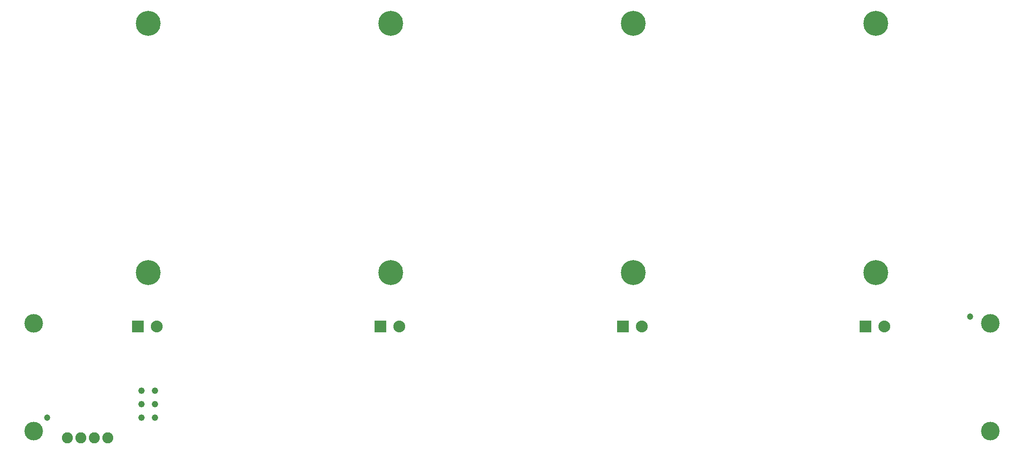
<source format=gbs>
G04 EAGLE Gerber RS-274X export*
G75*
%MOMM*%
%FSLAX34Y34*%
%LPD*%
%INSoldermask Bottom*%
%IPPOS*%
%AMOC8*
5,1,8,0,0,1.08239X$1,22.5*%
G01*
%ADD10C,1.203200*%
%ADD11C,2.082800*%
%ADD12C,1.221313*%
%ADD13C,3.505200*%
%ADD14C,4.703200*%
%ADD15R,2.235200X2.235200*%
%ADD16C,2.235200*%


D10*
X1790700Y241300D03*
X50800Y50800D03*
D11*
X165100Y12700D03*
X139700Y12700D03*
X114300Y12700D03*
X88900Y12700D03*
D12*
X254000Y50800D03*
X254000Y76200D03*
X254000Y101600D03*
X228600Y50800D03*
X228600Y76200D03*
X228600Y101600D03*
D13*
X1828800Y25400D03*
X25400Y228600D03*
X25400Y25400D03*
X1828800Y228600D03*
D14*
X1155700Y323800D03*
X1155700Y793800D03*
D15*
X1136650Y222250D03*
D16*
X1171650Y222250D03*
D14*
X1612900Y323800D03*
X1612900Y793800D03*
D15*
X1593850Y222250D03*
D16*
X1628850Y222250D03*
D14*
X698500Y323800D03*
X698500Y793800D03*
D15*
X679450Y222250D03*
D16*
X714450Y222250D03*
D14*
X241300Y323800D03*
X241300Y793800D03*
D15*
X222250Y222250D03*
D16*
X257250Y222250D03*
M02*

</source>
